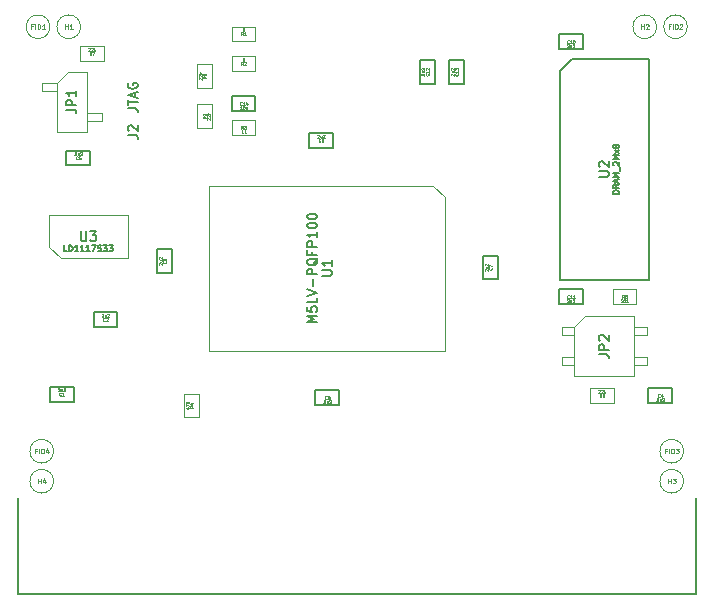
<source format=gbr>
G04 #@! TF.GenerationSoftware,KiCad,Pcbnew,(5.1.5-0-10_14)*
G04 #@! TF.CreationDate,2021-01-03T17:39:15-05:00*
G04 #@! TF.ProjectId,GW4301,47573433-3031-42e6-9b69-6361645f7063,rev?*
G04 #@! TF.SameCoordinates,Original*
G04 #@! TF.FileFunction,Other,Fab,Top*
%FSLAX46Y46*%
G04 Gerber Fmt 4.6, Leading zero omitted, Abs format (unit mm)*
G04 Created by KiCad (PCBNEW (5.1.5-0-10_14)) date 2021-01-03 17:39:15*
%MOMM*%
%LPD*%
G04 APERTURE LIST*
%ADD10C,0.100000*%
%ADD11C,0.150000*%
%ADD12C,0.127000*%
%ADD13C,0.203200*%
%ADD14C,0.063500*%
G04 APERTURE END LIST*
D10*
X107000000Y-69150000D02*
X106000000Y-68150000D01*
X107000000Y-69150000D02*
X112700000Y-69150000D01*
X106000000Y-68150000D02*
X106000000Y-65450000D01*
X112700000Y-69150000D02*
X112700000Y-65450000D01*
X106000000Y-65450000D02*
X112700000Y-65450000D01*
X106092500Y-49530000D02*
G75*
G03X106092500Y-49530000I-1000000J0D01*
G01*
X160067500Y-49530000D02*
G75*
G03X160067500Y-49530000I-1000000J0D01*
G01*
X159750000Y-85471000D02*
G75*
G03X159750000Y-85471000I-1000000J0D01*
G01*
X106410000Y-85471000D02*
G75*
G03X106410000Y-85471000I-1000000J0D01*
G01*
D11*
X139925000Y-54350000D02*
X139925000Y-52350000D01*
X141175000Y-54350000D02*
X139925000Y-54350000D01*
X141175000Y-52350000D02*
X141175000Y-54350000D01*
X139925000Y-52350000D02*
X141175000Y-52350000D01*
X137425000Y-54350000D02*
X137425000Y-52350000D01*
X138675000Y-54350000D02*
X137425000Y-54350000D01*
X138675000Y-52350000D02*
X138675000Y-54350000D01*
X137425000Y-52350000D02*
X138675000Y-52350000D01*
X109800000Y-73706000D02*
X111800000Y-73706000D01*
X109800000Y-74956000D02*
X109800000Y-73706000D01*
X111800000Y-74956000D02*
X109800000Y-74956000D01*
X111800000Y-73706000D02*
X111800000Y-74956000D01*
X106100000Y-80020000D02*
X108100000Y-80020000D01*
X106100000Y-81270000D02*
X106100000Y-80020000D01*
X108100000Y-81270000D02*
X106100000Y-81270000D01*
X108100000Y-80020000D02*
X108100000Y-81270000D01*
X158773000Y-81397000D02*
X156773000Y-81397000D01*
X158773000Y-80147000D02*
X158773000Y-81397000D01*
X156773000Y-80147000D02*
X158773000Y-80147000D01*
X156773000Y-81397000D02*
X156773000Y-80147000D01*
X151202000Y-73015000D02*
X149202000Y-73015000D01*
X151202000Y-71765000D02*
X151202000Y-73015000D01*
X149202000Y-71765000D02*
X151202000Y-71765000D01*
X149202000Y-73015000D02*
X149202000Y-71765000D01*
X151202000Y-51425000D02*
X149202000Y-51425000D01*
X151202000Y-50175000D02*
X151202000Y-51425000D01*
X149202000Y-50175000D02*
X151202000Y-50175000D01*
X149202000Y-51425000D02*
X149202000Y-50175000D01*
X142775000Y-70900000D02*
X142775000Y-68900000D01*
X144025000Y-70900000D02*
X142775000Y-70900000D01*
X144025000Y-68900000D02*
X144025000Y-70900000D01*
X142775000Y-68900000D02*
X144025000Y-68900000D01*
X130575000Y-81575000D02*
X128575000Y-81575000D01*
X130575000Y-80325000D02*
X130575000Y-81575000D01*
X128575000Y-80325000D02*
X130575000Y-80325000D01*
X128575000Y-81575000D02*
X128575000Y-80325000D01*
X128050000Y-58525000D02*
X130050000Y-58525000D01*
X128050000Y-59775000D02*
X128050000Y-58525000D01*
X130050000Y-59775000D02*
X128050000Y-59775000D01*
X130050000Y-58525000D02*
X130050000Y-59775000D01*
X115175000Y-70362500D02*
X115175000Y-68362500D01*
X116425000Y-70362500D02*
X115175000Y-70362500D01*
X116425000Y-68362500D02*
X116425000Y-70362500D01*
X115175000Y-68362500D02*
X116425000Y-68362500D01*
X123500000Y-56675000D02*
X121500000Y-56675000D01*
X123500000Y-55425000D02*
X123500000Y-56675000D01*
X121500000Y-55425000D02*
X123500000Y-55425000D01*
X121500000Y-56675000D02*
X121500000Y-55425000D01*
X107500000Y-60025000D02*
X109500000Y-60025000D01*
X107500000Y-61275000D02*
X107500000Y-60025000D01*
X109500000Y-61275000D02*
X107500000Y-61275000D01*
X109500000Y-60025000D02*
X109500000Y-61275000D01*
D10*
X118575000Y-54700000D02*
X118575000Y-52700000D01*
X119825000Y-54700000D02*
X118575000Y-54700000D01*
X119825000Y-52700000D02*
X119825000Y-54700000D01*
X118575000Y-52700000D02*
X119825000Y-52700000D01*
X119825000Y-56100000D02*
X119825000Y-58100000D01*
X118575000Y-56100000D02*
X119825000Y-56100000D01*
X118575000Y-58100000D02*
X118575000Y-56100000D01*
X119825000Y-58100000D02*
X118575000Y-58100000D01*
X151842000Y-80147000D02*
X153842000Y-80147000D01*
X151842000Y-81397000D02*
X151842000Y-80147000D01*
X153842000Y-81397000D02*
X151842000Y-81397000D01*
X153842000Y-80147000D02*
X153842000Y-81397000D01*
X155747000Y-73015000D02*
X153747000Y-73015000D01*
X155747000Y-71765000D02*
X155747000Y-73015000D01*
X153747000Y-71765000D02*
X155747000Y-71765000D01*
X153747000Y-73015000D02*
X153747000Y-71765000D01*
X117485000Y-82595000D02*
X117485000Y-80595000D01*
X118735000Y-82595000D02*
X117485000Y-82595000D01*
X118735000Y-80595000D02*
X118735000Y-82595000D01*
X117485000Y-80595000D02*
X118735000Y-80595000D01*
X123500000Y-58675000D02*
X121500000Y-58675000D01*
X123500000Y-57425000D02*
X123500000Y-58675000D01*
X121500000Y-57425000D02*
X123500000Y-57425000D01*
X121500000Y-58675000D02*
X121500000Y-57425000D01*
X121500000Y-49525000D02*
X123500000Y-49525000D01*
X121500000Y-50775000D02*
X121500000Y-49525000D01*
X123500000Y-50775000D02*
X121500000Y-50775000D01*
X123500000Y-49525000D02*
X123500000Y-50775000D01*
X121500000Y-52025000D02*
X123500000Y-52025000D01*
X121500000Y-53275000D02*
X121500000Y-52025000D01*
X123500000Y-53275000D02*
X121500000Y-53275000D01*
X123500000Y-52025000D02*
X123500000Y-53275000D01*
X108662000Y-51191000D02*
X110662000Y-51191000D01*
X108662000Y-52441000D02*
X108662000Y-51191000D01*
X110662000Y-52441000D02*
X108662000Y-52441000D01*
X110662000Y-51191000D02*
X110662000Y-52441000D01*
X138575000Y-62975000D02*
X139575000Y-63975000D01*
X119575000Y-62975000D02*
X138575000Y-62975000D01*
X119575000Y-76975000D02*
X119575000Y-62975000D01*
X139575000Y-76975000D02*
X119575000Y-76975000D01*
X139575000Y-63975000D02*
X139575000Y-76975000D01*
D11*
X149285000Y-53245000D02*
X150285000Y-52245000D01*
X149285000Y-70945000D02*
X149285000Y-53245000D01*
X156785000Y-70945000D02*
X149285000Y-70945000D01*
X156785000Y-52245000D02*
X156785000Y-70945000D01*
X150285000Y-52245000D02*
X156785000Y-52245000D01*
D12*
X160782000Y-97536000D02*
X160782000Y-89408000D01*
X103378000Y-97536000D02*
X160782000Y-97536000D01*
X103378000Y-89408000D02*
X103378000Y-97536000D01*
D10*
X156635000Y-78171000D02*
X155575000Y-78171000D01*
X156635000Y-77531000D02*
X156635000Y-78171000D01*
X155575000Y-77531000D02*
X156635000Y-77531000D01*
X149435000Y-78171000D02*
X150495000Y-78171000D01*
X149435000Y-77531000D02*
X149435000Y-78171000D01*
X150495000Y-77531000D02*
X149435000Y-77531000D01*
X156635000Y-75631000D02*
X155575000Y-75631000D01*
X156635000Y-74991000D02*
X156635000Y-75631000D01*
X155575000Y-74991000D02*
X156635000Y-74991000D01*
X149435000Y-75631000D02*
X150495000Y-75631000D01*
X149435000Y-74991000D02*
X149435000Y-75631000D01*
X150495000Y-74991000D02*
X149435000Y-74991000D01*
X155575000Y-74041000D02*
X155575000Y-79121000D01*
X150495000Y-74991000D02*
X151445000Y-74041000D01*
X150495000Y-79121000D02*
X150495000Y-74991000D01*
X151445000Y-74041000D02*
X155575000Y-74041000D01*
X155575000Y-79121000D02*
X150495000Y-79121000D01*
X110490000Y-57470000D02*
X109220000Y-57470000D01*
X110490000Y-56830000D02*
X110490000Y-57470000D01*
X109220000Y-56830000D02*
X110490000Y-56830000D01*
X105410000Y-54930000D02*
X106680000Y-54930000D01*
X105410000Y-54290000D02*
X105410000Y-54930000D01*
X106680000Y-54290000D02*
X105410000Y-54290000D01*
X109220000Y-53340000D02*
X109220000Y-58420000D01*
X106680000Y-54290000D02*
X107630000Y-53340000D01*
X106680000Y-58420000D02*
X106680000Y-54290000D01*
X107630000Y-53340000D02*
X109220000Y-53340000D01*
X109220000Y-58420000D02*
X106680000Y-58420000D01*
X157464000Y-49530000D02*
G75*
G03X157464000Y-49530000I-1000000J0D01*
G01*
X108696000Y-49530000D02*
G75*
G03X108696000Y-49530000I-1000000J0D01*
G01*
X159750000Y-88011000D02*
G75*
G03X159750000Y-88011000I-1000000J0D01*
G01*
X106410000Y-88011000D02*
G75*
G03X106410000Y-88011000I-1000000J0D01*
G01*
D12*
X107559904Y-68545809D02*
X107318000Y-68545809D01*
X107318000Y-68037809D01*
X107729238Y-68545809D02*
X107729238Y-68037809D01*
X107850190Y-68037809D01*
X107922761Y-68062000D01*
X107971142Y-68110380D01*
X107995333Y-68158761D01*
X108019523Y-68255523D01*
X108019523Y-68328095D01*
X107995333Y-68424857D01*
X107971142Y-68473238D01*
X107922761Y-68521619D01*
X107850190Y-68545809D01*
X107729238Y-68545809D01*
X108503333Y-68545809D02*
X108213047Y-68545809D01*
X108358190Y-68545809D02*
X108358190Y-68037809D01*
X108309809Y-68110380D01*
X108261428Y-68158761D01*
X108213047Y-68182952D01*
X108987142Y-68545809D02*
X108696857Y-68545809D01*
X108842000Y-68545809D02*
X108842000Y-68037809D01*
X108793619Y-68110380D01*
X108745238Y-68158761D01*
X108696857Y-68182952D01*
X109470952Y-68545809D02*
X109180666Y-68545809D01*
X109325809Y-68545809D02*
X109325809Y-68037809D01*
X109277428Y-68110380D01*
X109229047Y-68158761D01*
X109180666Y-68182952D01*
X109640285Y-68037809D02*
X109978952Y-68037809D01*
X109761238Y-68545809D01*
X110148285Y-68521619D02*
X110220857Y-68545809D01*
X110341809Y-68545809D01*
X110390190Y-68521619D01*
X110414380Y-68497428D01*
X110438571Y-68449047D01*
X110438571Y-68400666D01*
X110414380Y-68352285D01*
X110390190Y-68328095D01*
X110341809Y-68303904D01*
X110245047Y-68279714D01*
X110196666Y-68255523D01*
X110172476Y-68231333D01*
X110148285Y-68182952D01*
X110148285Y-68134571D01*
X110172476Y-68086190D01*
X110196666Y-68062000D01*
X110245047Y-68037809D01*
X110366000Y-68037809D01*
X110438571Y-68062000D01*
X110607904Y-68037809D02*
X110922380Y-68037809D01*
X110753047Y-68231333D01*
X110825619Y-68231333D01*
X110874000Y-68255523D01*
X110898190Y-68279714D01*
X110922380Y-68328095D01*
X110922380Y-68449047D01*
X110898190Y-68497428D01*
X110874000Y-68521619D01*
X110825619Y-68545809D01*
X110680476Y-68545809D01*
X110632095Y-68521619D01*
X110607904Y-68497428D01*
X111091714Y-68037809D02*
X111406190Y-68037809D01*
X111236857Y-68231333D01*
X111309428Y-68231333D01*
X111357809Y-68255523D01*
X111382000Y-68279714D01*
X111406190Y-68328095D01*
X111406190Y-68449047D01*
X111382000Y-68497428D01*
X111357809Y-68521619D01*
X111309428Y-68545809D01*
X111164285Y-68545809D01*
X111115904Y-68521619D01*
X111091714Y-68497428D01*
D13*
X108730723Y-66854895D02*
X108730723Y-67512876D01*
X108769428Y-67590285D01*
X108808133Y-67628990D01*
X108885542Y-67667695D01*
X109040361Y-67667695D01*
X109117771Y-67628990D01*
X109156476Y-67590285D01*
X109195180Y-67512876D01*
X109195180Y-66854895D01*
X109504819Y-66854895D02*
X110007980Y-66854895D01*
X109737047Y-67164533D01*
X109853161Y-67164533D01*
X109930571Y-67203238D01*
X109969276Y-67241942D01*
X110007980Y-67319352D01*
X110007980Y-67512876D01*
X109969276Y-67590285D01*
X109930571Y-67628990D01*
X109853161Y-67667695D01*
X109620933Y-67667695D01*
X109543523Y-67628990D01*
X109504819Y-67590285D01*
D10*
X104663928Y-49501428D02*
X104530595Y-49501428D01*
X104530595Y-49710952D02*
X104530595Y-49310952D01*
X104721071Y-49310952D01*
X104873452Y-49710952D02*
X104873452Y-49310952D01*
X105063928Y-49710952D02*
X105063928Y-49310952D01*
X105159166Y-49310952D01*
X105216309Y-49330000D01*
X105254404Y-49368095D01*
X105273452Y-49406190D01*
X105292500Y-49482380D01*
X105292500Y-49539523D01*
X105273452Y-49615714D01*
X105254404Y-49653809D01*
X105216309Y-49691904D01*
X105159166Y-49710952D01*
X105063928Y-49710952D01*
X105673452Y-49710952D02*
X105444880Y-49710952D01*
X105559166Y-49710952D02*
X105559166Y-49310952D01*
X105521071Y-49368095D01*
X105482976Y-49406190D01*
X105444880Y-49425238D01*
X158638928Y-49501428D02*
X158505595Y-49501428D01*
X158505595Y-49710952D02*
X158505595Y-49310952D01*
X158696071Y-49310952D01*
X158848452Y-49710952D02*
X158848452Y-49310952D01*
X159038928Y-49710952D02*
X159038928Y-49310952D01*
X159134166Y-49310952D01*
X159191309Y-49330000D01*
X159229404Y-49368095D01*
X159248452Y-49406190D01*
X159267500Y-49482380D01*
X159267500Y-49539523D01*
X159248452Y-49615714D01*
X159229404Y-49653809D01*
X159191309Y-49691904D01*
X159134166Y-49710952D01*
X159038928Y-49710952D01*
X159419880Y-49349047D02*
X159438928Y-49330000D01*
X159477023Y-49310952D01*
X159572261Y-49310952D01*
X159610357Y-49330000D01*
X159629404Y-49349047D01*
X159648452Y-49387142D01*
X159648452Y-49425238D01*
X159629404Y-49482380D01*
X159400833Y-49710952D01*
X159648452Y-49710952D01*
X158321428Y-85442428D02*
X158188095Y-85442428D01*
X158188095Y-85651952D02*
X158188095Y-85251952D01*
X158378571Y-85251952D01*
X158530952Y-85651952D02*
X158530952Y-85251952D01*
X158721428Y-85651952D02*
X158721428Y-85251952D01*
X158816666Y-85251952D01*
X158873809Y-85271000D01*
X158911904Y-85309095D01*
X158930952Y-85347190D01*
X158950000Y-85423380D01*
X158950000Y-85480523D01*
X158930952Y-85556714D01*
X158911904Y-85594809D01*
X158873809Y-85632904D01*
X158816666Y-85651952D01*
X158721428Y-85651952D01*
X159083333Y-85251952D02*
X159330952Y-85251952D01*
X159197619Y-85404333D01*
X159254761Y-85404333D01*
X159292857Y-85423380D01*
X159311904Y-85442428D01*
X159330952Y-85480523D01*
X159330952Y-85575761D01*
X159311904Y-85613857D01*
X159292857Y-85632904D01*
X159254761Y-85651952D01*
X159140476Y-85651952D01*
X159102380Y-85632904D01*
X159083333Y-85613857D01*
X104981428Y-85442428D02*
X104848095Y-85442428D01*
X104848095Y-85651952D02*
X104848095Y-85251952D01*
X105038571Y-85251952D01*
X105190952Y-85651952D02*
X105190952Y-85251952D01*
X105381428Y-85651952D02*
X105381428Y-85251952D01*
X105476666Y-85251952D01*
X105533809Y-85271000D01*
X105571904Y-85309095D01*
X105590952Y-85347190D01*
X105610000Y-85423380D01*
X105610000Y-85480523D01*
X105590952Y-85556714D01*
X105571904Y-85594809D01*
X105533809Y-85632904D01*
X105476666Y-85651952D01*
X105381428Y-85651952D01*
X105952857Y-85385285D02*
X105952857Y-85651952D01*
X105857619Y-85232904D02*
X105762380Y-85518619D01*
X106010000Y-85518619D01*
D14*
X140640714Y-53513285D02*
X140652809Y-53525380D01*
X140664904Y-53561666D01*
X140664904Y-53585857D01*
X140652809Y-53622142D01*
X140628619Y-53646333D01*
X140604428Y-53658428D01*
X140556047Y-53670523D01*
X140519761Y-53670523D01*
X140471380Y-53658428D01*
X140447190Y-53646333D01*
X140423000Y-53622142D01*
X140410904Y-53585857D01*
X140410904Y-53561666D01*
X140423000Y-53525380D01*
X140435095Y-53513285D01*
X140664904Y-53271380D02*
X140664904Y-53416523D01*
X140664904Y-53343952D02*
X140410904Y-53343952D01*
X140447190Y-53368142D01*
X140471380Y-53392333D01*
X140483476Y-53416523D01*
X140410904Y-53186714D02*
X140410904Y-53029476D01*
X140507666Y-53114142D01*
X140507666Y-53077857D01*
X140519761Y-53053666D01*
X140531857Y-53041571D01*
X140556047Y-53029476D01*
X140616523Y-53029476D01*
X140640714Y-53041571D01*
X140652809Y-53053666D01*
X140664904Y-53077857D01*
X140664904Y-53150428D01*
X140652809Y-53174619D01*
X140640714Y-53186714D01*
X140085095Y-53658428D02*
X140073000Y-53646333D01*
X140060904Y-53622142D01*
X140060904Y-53561666D01*
X140073000Y-53537476D01*
X140085095Y-53525380D01*
X140109285Y-53513285D01*
X140133476Y-53513285D01*
X140169761Y-53525380D01*
X140314904Y-53670523D01*
X140314904Y-53513285D01*
X140145571Y-53295571D02*
X140314904Y-53295571D01*
X140145571Y-53404428D02*
X140278619Y-53404428D01*
X140302809Y-53392333D01*
X140314904Y-53368142D01*
X140314904Y-53331857D01*
X140302809Y-53307666D01*
X140290714Y-53295571D01*
X140085095Y-53186714D02*
X140073000Y-53174619D01*
X140060904Y-53150428D01*
X140060904Y-53089952D01*
X140073000Y-53065761D01*
X140085095Y-53053666D01*
X140109285Y-53041571D01*
X140133476Y-53041571D01*
X140169761Y-53053666D01*
X140314904Y-53198809D01*
X140314904Y-53041571D01*
X138140714Y-53513285D02*
X138152809Y-53525380D01*
X138164904Y-53561666D01*
X138164904Y-53585857D01*
X138152809Y-53622142D01*
X138128619Y-53646333D01*
X138104428Y-53658428D01*
X138056047Y-53670523D01*
X138019761Y-53670523D01*
X137971380Y-53658428D01*
X137947190Y-53646333D01*
X137923000Y-53622142D01*
X137910904Y-53585857D01*
X137910904Y-53561666D01*
X137923000Y-53525380D01*
X137935095Y-53513285D01*
X138164904Y-53271380D02*
X138164904Y-53416523D01*
X138164904Y-53343952D02*
X137910904Y-53343952D01*
X137947190Y-53368142D01*
X137971380Y-53392333D01*
X137983476Y-53416523D01*
X137935095Y-53174619D02*
X137923000Y-53162523D01*
X137910904Y-53138333D01*
X137910904Y-53077857D01*
X137923000Y-53053666D01*
X137935095Y-53041571D01*
X137959285Y-53029476D01*
X137983476Y-53029476D01*
X138019761Y-53041571D01*
X138164904Y-53186714D01*
X138164904Y-53029476D01*
X137585095Y-53658428D02*
X137573000Y-53646333D01*
X137560904Y-53622142D01*
X137560904Y-53561666D01*
X137573000Y-53537476D01*
X137585095Y-53525380D01*
X137609285Y-53513285D01*
X137633476Y-53513285D01*
X137669761Y-53525380D01*
X137814904Y-53670523D01*
X137814904Y-53513285D01*
X137645571Y-53295571D02*
X137814904Y-53295571D01*
X137645571Y-53404428D02*
X137778619Y-53404428D01*
X137802809Y-53392333D01*
X137814904Y-53368142D01*
X137814904Y-53331857D01*
X137802809Y-53307666D01*
X137790714Y-53295571D01*
X137585095Y-53186714D02*
X137573000Y-53174619D01*
X137560904Y-53150428D01*
X137560904Y-53089952D01*
X137573000Y-53065761D01*
X137585095Y-53053666D01*
X137609285Y-53041571D01*
X137633476Y-53041571D01*
X137669761Y-53053666D01*
X137814904Y-53198809D01*
X137814904Y-53041571D01*
X110757666Y-74421714D02*
X110745571Y-74433809D01*
X110709285Y-74445904D01*
X110685095Y-74445904D01*
X110648809Y-74433809D01*
X110624619Y-74409619D01*
X110612523Y-74385428D01*
X110600428Y-74337047D01*
X110600428Y-74300761D01*
X110612523Y-74252380D01*
X110624619Y-74228190D01*
X110648809Y-74204000D01*
X110685095Y-74191904D01*
X110709285Y-74191904D01*
X110745571Y-74204000D01*
X110757666Y-74216095D01*
X110854428Y-74216095D02*
X110866523Y-74204000D01*
X110890714Y-74191904D01*
X110951190Y-74191904D01*
X110975380Y-74204000D01*
X110987476Y-74216095D01*
X110999571Y-74240285D01*
X110999571Y-74264476D01*
X110987476Y-74300761D01*
X110842333Y-74445904D01*
X110999571Y-74445904D01*
X110491571Y-73866095D02*
X110503666Y-73854000D01*
X110527857Y-73841904D01*
X110588333Y-73841904D01*
X110612523Y-73854000D01*
X110624619Y-73866095D01*
X110636714Y-73890285D01*
X110636714Y-73914476D01*
X110624619Y-73950761D01*
X110479476Y-74095904D01*
X110636714Y-74095904D01*
X110854428Y-73926571D02*
X110854428Y-74095904D01*
X110745571Y-73926571D02*
X110745571Y-74059619D01*
X110757666Y-74083809D01*
X110781857Y-74095904D01*
X110818142Y-74095904D01*
X110842333Y-74083809D01*
X110854428Y-74071714D01*
X110963285Y-73866095D02*
X110975380Y-73854000D01*
X110999571Y-73841904D01*
X111060047Y-73841904D01*
X111084238Y-73854000D01*
X111096333Y-73866095D01*
X111108428Y-73890285D01*
X111108428Y-73914476D01*
X111096333Y-73950761D01*
X110951190Y-74095904D01*
X111108428Y-74095904D01*
X107057666Y-80735714D02*
X107045571Y-80747809D01*
X107009285Y-80759904D01*
X106985095Y-80759904D01*
X106948809Y-80747809D01*
X106924619Y-80723619D01*
X106912523Y-80699428D01*
X106900428Y-80651047D01*
X106900428Y-80614761D01*
X106912523Y-80566380D01*
X106924619Y-80542190D01*
X106948809Y-80518000D01*
X106985095Y-80505904D01*
X107009285Y-80505904D01*
X107045571Y-80518000D01*
X107057666Y-80530095D01*
X107299571Y-80759904D02*
X107154428Y-80759904D01*
X107227000Y-80759904D02*
X107227000Y-80505904D01*
X107202809Y-80542190D01*
X107178619Y-80566380D01*
X107154428Y-80578476D01*
X106791571Y-80180095D02*
X106803666Y-80168000D01*
X106827857Y-80155904D01*
X106888333Y-80155904D01*
X106912523Y-80168000D01*
X106924619Y-80180095D01*
X106936714Y-80204285D01*
X106936714Y-80228476D01*
X106924619Y-80264761D01*
X106779476Y-80409904D01*
X106936714Y-80409904D01*
X107154428Y-80240571D02*
X107154428Y-80409904D01*
X107045571Y-80240571D02*
X107045571Y-80373619D01*
X107057666Y-80397809D01*
X107081857Y-80409904D01*
X107118142Y-80409904D01*
X107142333Y-80397809D01*
X107154428Y-80385714D01*
X107263285Y-80180095D02*
X107275380Y-80168000D01*
X107299571Y-80155904D01*
X107360047Y-80155904D01*
X107384238Y-80168000D01*
X107396333Y-80180095D01*
X107408428Y-80204285D01*
X107408428Y-80228476D01*
X107396333Y-80264761D01*
X107251190Y-80409904D01*
X107408428Y-80409904D01*
X157730666Y-80862714D02*
X157718571Y-80874809D01*
X157682285Y-80886904D01*
X157658095Y-80886904D01*
X157621809Y-80874809D01*
X157597619Y-80850619D01*
X157585523Y-80826428D01*
X157573428Y-80778047D01*
X157573428Y-80741761D01*
X157585523Y-80693380D01*
X157597619Y-80669190D01*
X157621809Y-80645000D01*
X157658095Y-80632904D01*
X157682285Y-80632904D01*
X157718571Y-80645000D01*
X157730666Y-80657095D01*
X157948380Y-80717571D02*
X157948380Y-80886904D01*
X157887904Y-80620809D02*
X157827428Y-80802238D01*
X157984666Y-80802238D01*
X157464571Y-81007095D02*
X157476666Y-80995000D01*
X157500857Y-80982904D01*
X157561333Y-80982904D01*
X157585523Y-80995000D01*
X157597619Y-81007095D01*
X157609714Y-81031285D01*
X157609714Y-81055476D01*
X157597619Y-81091761D01*
X157452476Y-81236904D01*
X157609714Y-81236904D01*
X157827428Y-81067571D02*
X157827428Y-81236904D01*
X157718571Y-81067571D02*
X157718571Y-81200619D01*
X157730666Y-81224809D01*
X157754857Y-81236904D01*
X157791142Y-81236904D01*
X157815333Y-81224809D01*
X157827428Y-81212714D01*
X157936285Y-81007095D02*
X157948380Y-80995000D01*
X157972571Y-80982904D01*
X158033047Y-80982904D01*
X158057238Y-80995000D01*
X158069333Y-81007095D01*
X158081428Y-81031285D01*
X158081428Y-81055476D01*
X158069333Y-81091761D01*
X157924190Y-81236904D01*
X158081428Y-81236904D01*
X150038714Y-72480714D02*
X150026619Y-72492809D01*
X149990333Y-72504904D01*
X149966142Y-72504904D01*
X149929857Y-72492809D01*
X149905666Y-72468619D01*
X149893571Y-72444428D01*
X149881476Y-72396047D01*
X149881476Y-72359761D01*
X149893571Y-72311380D01*
X149905666Y-72287190D01*
X149929857Y-72263000D01*
X149966142Y-72250904D01*
X149990333Y-72250904D01*
X150026619Y-72263000D01*
X150038714Y-72275095D01*
X150280619Y-72504904D02*
X150135476Y-72504904D01*
X150208047Y-72504904D02*
X150208047Y-72250904D01*
X150183857Y-72287190D01*
X150159666Y-72311380D01*
X150135476Y-72323476D01*
X150522523Y-72504904D02*
X150377380Y-72504904D01*
X150449952Y-72504904D02*
X150449952Y-72250904D01*
X150425761Y-72287190D01*
X150401571Y-72311380D01*
X150377380Y-72323476D01*
X149893571Y-72625095D02*
X149905666Y-72613000D01*
X149929857Y-72600904D01*
X149990333Y-72600904D01*
X150014523Y-72613000D01*
X150026619Y-72625095D01*
X150038714Y-72649285D01*
X150038714Y-72673476D01*
X150026619Y-72709761D01*
X149881476Y-72854904D01*
X150038714Y-72854904D01*
X150256428Y-72685571D02*
X150256428Y-72854904D01*
X150147571Y-72685571D02*
X150147571Y-72818619D01*
X150159666Y-72842809D01*
X150183857Y-72854904D01*
X150220142Y-72854904D01*
X150244333Y-72842809D01*
X150256428Y-72830714D01*
X150365285Y-72625095D02*
X150377380Y-72613000D01*
X150401571Y-72600904D01*
X150462047Y-72600904D01*
X150486238Y-72613000D01*
X150498333Y-72625095D01*
X150510428Y-72649285D01*
X150510428Y-72673476D01*
X150498333Y-72709761D01*
X150353190Y-72854904D01*
X150510428Y-72854904D01*
X150038714Y-50890714D02*
X150026619Y-50902809D01*
X149990333Y-50914904D01*
X149966142Y-50914904D01*
X149929857Y-50902809D01*
X149905666Y-50878619D01*
X149893571Y-50854428D01*
X149881476Y-50806047D01*
X149881476Y-50769761D01*
X149893571Y-50721380D01*
X149905666Y-50697190D01*
X149929857Y-50673000D01*
X149966142Y-50660904D01*
X149990333Y-50660904D01*
X150026619Y-50673000D01*
X150038714Y-50685095D01*
X150280619Y-50914904D02*
X150135476Y-50914904D01*
X150208047Y-50914904D02*
X150208047Y-50660904D01*
X150183857Y-50697190D01*
X150159666Y-50721380D01*
X150135476Y-50733476D01*
X150437857Y-50660904D02*
X150462047Y-50660904D01*
X150486238Y-50673000D01*
X150498333Y-50685095D01*
X150510428Y-50709285D01*
X150522523Y-50757666D01*
X150522523Y-50818142D01*
X150510428Y-50866523D01*
X150498333Y-50890714D01*
X150486238Y-50902809D01*
X150462047Y-50914904D01*
X150437857Y-50914904D01*
X150413666Y-50902809D01*
X150401571Y-50890714D01*
X150389476Y-50866523D01*
X150377380Y-50818142D01*
X150377380Y-50757666D01*
X150389476Y-50709285D01*
X150401571Y-50685095D01*
X150413666Y-50673000D01*
X150437857Y-50660904D01*
X149893571Y-51035095D02*
X149905666Y-51023000D01*
X149929857Y-51010904D01*
X149990333Y-51010904D01*
X150014523Y-51023000D01*
X150026619Y-51035095D01*
X150038714Y-51059285D01*
X150038714Y-51083476D01*
X150026619Y-51119761D01*
X149881476Y-51264904D01*
X150038714Y-51264904D01*
X150256428Y-51095571D02*
X150256428Y-51264904D01*
X150147571Y-51095571D02*
X150147571Y-51228619D01*
X150159666Y-51252809D01*
X150183857Y-51264904D01*
X150220142Y-51264904D01*
X150244333Y-51252809D01*
X150256428Y-51240714D01*
X150365285Y-51035095D02*
X150377380Y-51023000D01*
X150401571Y-51010904D01*
X150462047Y-51010904D01*
X150486238Y-51023000D01*
X150498333Y-51035095D01*
X150510428Y-51059285D01*
X150510428Y-51083476D01*
X150498333Y-51119761D01*
X150353190Y-51264904D01*
X150510428Y-51264904D01*
X143490714Y-69942333D02*
X143502809Y-69954428D01*
X143514904Y-69990714D01*
X143514904Y-70014904D01*
X143502809Y-70051190D01*
X143478619Y-70075380D01*
X143454428Y-70087476D01*
X143406047Y-70099571D01*
X143369761Y-70099571D01*
X143321380Y-70087476D01*
X143297190Y-70075380D01*
X143273000Y-70051190D01*
X143260904Y-70014904D01*
X143260904Y-69990714D01*
X143273000Y-69954428D01*
X143285095Y-69942333D01*
X143260904Y-69857666D02*
X143260904Y-69688333D01*
X143514904Y-69797190D01*
X142935095Y-70208428D02*
X142923000Y-70196333D01*
X142910904Y-70172142D01*
X142910904Y-70111666D01*
X142923000Y-70087476D01*
X142935095Y-70075380D01*
X142959285Y-70063285D01*
X142983476Y-70063285D01*
X143019761Y-70075380D01*
X143164904Y-70220523D01*
X143164904Y-70063285D01*
X142995571Y-69845571D02*
X143164904Y-69845571D01*
X142995571Y-69954428D02*
X143128619Y-69954428D01*
X143152809Y-69942333D01*
X143164904Y-69918142D01*
X143164904Y-69881857D01*
X143152809Y-69857666D01*
X143140714Y-69845571D01*
X142935095Y-69736714D02*
X142923000Y-69724619D01*
X142910904Y-69700428D01*
X142910904Y-69639952D01*
X142923000Y-69615761D01*
X142935095Y-69603666D01*
X142959285Y-69591571D01*
X142983476Y-69591571D01*
X143019761Y-69603666D01*
X143164904Y-69748809D01*
X143164904Y-69591571D01*
X129532666Y-81040714D02*
X129520571Y-81052809D01*
X129484285Y-81064904D01*
X129460095Y-81064904D01*
X129423809Y-81052809D01*
X129399619Y-81028619D01*
X129387523Y-81004428D01*
X129375428Y-80956047D01*
X129375428Y-80919761D01*
X129387523Y-80871380D01*
X129399619Y-80847190D01*
X129423809Y-80823000D01*
X129460095Y-80810904D01*
X129484285Y-80810904D01*
X129520571Y-80823000D01*
X129532666Y-80835095D01*
X129677809Y-80919761D02*
X129653619Y-80907666D01*
X129641523Y-80895571D01*
X129629428Y-80871380D01*
X129629428Y-80859285D01*
X129641523Y-80835095D01*
X129653619Y-80823000D01*
X129677809Y-80810904D01*
X129726190Y-80810904D01*
X129750380Y-80823000D01*
X129762476Y-80835095D01*
X129774571Y-80859285D01*
X129774571Y-80871380D01*
X129762476Y-80895571D01*
X129750380Y-80907666D01*
X129726190Y-80919761D01*
X129677809Y-80919761D01*
X129653619Y-80931857D01*
X129641523Y-80943952D01*
X129629428Y-80968142D01*
X129629428Y-81016523D01*
X129641523Y-81040714D01*
X129653619Y-81052809D01*
X129677809Y-81064904D01*
X129726190Y-81064904D01*
X129750380Y-81052809D01*
X129762476Y-81040714D01*
X129774571Y-81016523D01*
X129774571Y-80968142D01*
X129762476Y-80943952D01*
X129750380Y-80931857D01*
X129726190Y-80919761D01*
X129266571Y-81185095D02*
X129278666Y-81173000D01*
X129302857Y-81160904D01*
X129363333Y-81160904D01*
X129387523Y-81173000D01*
X129399619Y-81185095D01*
X129411714Y-81209285D01*
X129411714Y-81233476D01*
X129399619Y-81269761D01*
X129254476Y-81414904D01*
X129411714Y-81414904D01*
X129629428Y-81245571D02*
X129629428Y-81414904D01*
X129520571Y-81245571D02*
X129520571Y-81378619D01*
X129532666Y-81402809D01*
X129556857Y-81414904D01*
X129593142Y-81414904D01*
X129617333Y-81402809D01*
X129629428Y-81390714D01*
X129738285Y-81185095D02*
X129750380Y-81173000D01*
X129774571Y-81160904D01*
X129835047Y-81160904D01*
X129859238Y-81173000D01*
X129871333Y-81185095D01*
X129883428Y-81209285D01*
X129883428Y-81233476D01*
X129871333Y-81269761D01*
X129726190Y-81414904D01*
X129883428Y-81414904D01*
X129007666Y-59240714D02*
X128995571Y-59252809D01*
X128959285Y-59264904D01*
X128935095Y-59264904D01*
X128898809Y-59252809D01*
X128874619Y-59228619D01*
X128862523Y-59204428D01*
X128850428Y-59156047D01*
X128850428Y-59119761D01*
X128862523Y-59071380D01*
X128874619Y-59047190D01*
X128898809Y-59023000D01*
X128935095Y-59010904D01*
X128959285Y-59010904D01*
X128995571Y-59023000D01*
X129007666Y-59035095D01*
X129225380Y-59010904D02*
X129177000Y-59010904D01*
X129152809Y-59023000D01*
X129140714Y-59035095D01*
X129116523Y-59071380D01*
X129104428Y-59119761D01*
X129104428Y-59216523D01*
X129116523Y-59240714D01*
X129128619Y-59252809D01*
X129152809Y-59264904D01*
X129201190Y-59264904D01*
X129225380Y-59252809D01*
X129237476Y-59240714D01*
X129249571Y-59216523D01*
X129249571Y-59156047D01*
X129237476Y-59131857D01*
X129225380Y-59119761D01*
X129201190Y-59107666D01*
X129152809Y-59107666D01*
X129128619Y-59119761D01*
X129116523Y-59131857D01*
X129104428Y-59156047D01*
X128741571Y-58685095D02*
X128753666Y-58673000D01*
X128777857Y-58660904D01*
X128838333Y-58660904D01*
X128862523Y-58673000D01*
X128874619Y-58685095D01*
X128886714Y-58709285D01*
X128886714Y-58733476D01*
X128874619Y-58769761D01*
X128729476Y-58914904D01*
X128886714Y-58914904D01*
X129104428Y-58745571D02*
X129104428Y-58914904D01*
X128995571Y-58745571D02*
X128995571Y-58878619D01*
X129007666Y-58902809D01*
X129031857Y-58914904D01*
X129068142Y-58914904D01*
X129092333Y-58902809D01*
X129104428Y-58890714D01*
X129213285Y-58685095D02*
X129225380Y-58673000D01*
X129249571Y-58660904D01*
X129310047Y-58660904D01*
X129334238Y-58673000D01*
X129346333Y-58685095D01*
X129358428Y-58709285D01*
X129358428Y-58733476D01*
X129346333Y-58769761D01*
X129201190Y-58914904D01*
X129358428Y-58914904D01*
X115890714Y-69404833D02*
X115902809Y-69416928D01*
X115914904Y-69453214D01*
X115914904Y-69477404D01*
X115902809Y-69513690D01*
X115878619Y-69537880D01*
X115854428Y-69549976D01*
X115806047Y-69562071D01*
X115769761Y-69562071D01*
X115721380Y-69549976D01*
X115697190Y-69537880D01*
X115673000Y-69513690D01*
X115660904Y-69477404D01*
X115660904Y-69453214D01*
X115673000Y-69416928D01*
X115685095Y-69404833D01*
X115914904Y-69283880D02*
X115914904Y-69235500D01*
X115902809Y-69211309D01*
X115890714Y-69199214D01*
X115854428Y-69175023D01*
X115806047Y-69162928D01*
X115709285Y-69162928D01*
X115685095Y-69175023D01*
X115673000Y-69187119D01*
X115660904Y-69211309D01*
X115660904Y-69259690D01*
X115673000Y-69283880D01*
X115685095Y-69295976D01*
X115709285Y-69308071D01*
X115769761Y-69308071D01*
X115793952Y-69295976D01*
X115806047Y-69283880D01*
X115818142Y-69259690D01*
X115818142Y-69211309D01*
X115806047Y-69187119D01*
X115793952Y-69175023D01*
X115769761Y-69162928D01*
X115335095Y-69670928D02*
X115323000Y-69658833D01*
X115310904Y-69634642D01*
X115310904Y-69574166D01*
X115323000Y-69549976D01*
X115335095Y-69537880D01*
X115359285Y-69525785D01*
X115383476Y-69525785D01*
X115419761Y-69537880D01*
X115564904Y-69683023D01*
X115564904Y-69525785D01*
X115395571Y-69308071D02*
X115564904Y-69308071D01*
X115395571Y-69416928D02*
X115528619Y-69416928D01*
X115552809Y-69404833D01*
X115564904Y-69380642D01*
X115564904Y-69344357D01*
X115552809Y-69320166D01*
X115540714Y-69308071D01*
X115335095Y-69199214D02*
X115323000Y-69187119D01*
X115310904Y-69162928D01*
X115310904Y-69102452D01*
X115323000Y-69078261D01*
X115335095Y-69066166D01*
X115359285Y-69054071D01*
X115383476Y-69054071D01*
X115419761Y-69066166D01*
X115564904Y-69211309D01*
X115564904Y-69054071D01*
X122336714Y-56140714D02*
X122324619Y-56152809D01*
X122288333Y-56164904D01*
X122264142Y-56164904D01*
X122227857Y-56152809D01*
X122203666Y-56128619D01*
X122191571Y-56104428D01*
X122179476Y-56056047D01*
X122179476Y-56019761D01*
X122191571Y-55971380D01*
X122203666Y-55947190D01*
X122227857Y-55923000D01*
X122264142Y-55910904D01*
X122288333Y-55910904D01*
X122324619Y-55923000D01*
X122336714Y-55935095D01*
X122578619Y-56164904D02*
X122433476Y-56164904D01*
X122506047Y-56164904D02*
X122506047Y-55910904D01*
X122481857Y-55947190D01*
X122457666Y-55971380D01*
X122433476Y-55983476D01*
X122796333Y-55995571D02*
X122796333Y-56164904D01*
X122735857Y-55898809D02*
X122675380Y-56080238D01*
X122832619Y-56080238D01*
X122336714Y-56514904D02*
X122191571Y-56514904D01*
X122264142Y-56514904D02*
X122264142Y-56260904D01*
X122239952Y-56297190D01*
X122215761Y-56321380D01*
X122191571Y-56333476D01*
X122493952Y-56260904D02*
X122518142Y-56260904D01*
X122542333Y-56273000D01*
X122554428Y-56285095D01*
X122566523Y-56309285D01*
X122578619Y-56357666D01*
X122578619Y-56418142D01*
X122566523Y-56466523D01*
X122554428Y-56490714D01*
X122542333Y-56502809D01*
X122518142Y-56514904D01*
X122493952Y-56514904D01*
X122469761Y-56502809D01*
X122457666Y-56490714D01*
X122445571Y-56466523D01*
X122433476Y-56418142D01*
X122433476Y-56357666D01*
X122445571Y-56309285D01*
X122457666Y-56285095D01*
X122469761Y-56273000D01*
X122493952Y-56260904D01*
X122687476Y-56345571D02*
X122687476Y-56599571D01*
X122687476Y-56357666D02*
X122711666Y-56345571D01*
X122760047Y-56345571D01*
X122784238Y-56357666D01*
X122796333Y-56369761D01*
X122808428Y-56393952D01*
X122808428Y-56466523D01*
X122796333Y-56490714D01*
X122784238Y-56502809D01*
X122760047Y-56514904D01*
X122711666Y-56514904D01*
X122687476Y-56502809D01*
X108457666Y-60740714D02*
X108445571Y-60752809D01*
X108409285Y-60764904D01*
X108385095Y-60764904D01*
X108348809Y-60752809D01*
X108324619Y-60728619D01*
X108312523Y-60704428D01*
X108300428Y-60656047D01*
X108300428Y-60619761D01*
X108312523Y-60571380D01*
X108324619Y-60547190D01*
X108348809Y-60523000D01*
X108385095Y-60510904D01*
X108409285Y-60510904D01*
X108445571Y-60523000D01*
X108457666Y-60535095D01*
X108687476Y-60510904D02*
X108566523Y-60510904D01*
X108554428Y-60631857D01*
X108566523Y-60619761D01*
X108590714Y-60607666D01*
X108651190Y-60607666D01*
X108675380Y-60619761D01*
X108687476Y-60631857D01*
X108699571Y-60656047D01*
X108699571Y-60716523D01*
X108687476Y-60740714D01*
X108675380Y-60752809D01*
X108651190Y-60764904D01*
X108590714Y-60764904D01*
X108566523Y-60752809D01*
X108554428Y-60740714D01*
X108191571Y-60185095D02*
X108203666Y-60173000D01*
X108227857Y-60160904D01*
X108288333Y-60160904D01*
X108312523Y-60173000D01*
X108324619Y-60185095D01*
X108336714Y-60209285D01*
X108336714Y-60233476D01*
X108324619Y-60269761D01*
X108179476Y-60414904D01*
X108336714Y-60414904D01*
X108554428Y-60245571D02*
X108554428Y-60414904D01*
X108445571Y-60245571D02*
X108445571Y-60378619D01*
X108457666Y-60402809D01*
X108481857Y-60414904D01*
X108518142Y-60414904D01*
X108542333Y-60402809D01*
X108554428Y-60390714D01*
X108663285Y-60185095D02*
X108675380Y-60173000D01*
X108699571Y-60160904D01*
X108760047Y-60160904D01*
X108784238Y-60173000D01*
X108796333Y-60185095D01*
X108808428Y-60209285D01*
X108808428Y-60233476D01*
X108796333Y-60269761D01*
X108651190Y-60414904D01*
X108808428Y-60414904D01*
X119314904Y-53742333D02*
X119193952Y-53827000D01*
X119314904Y-53887476D02*
X119060904Y-53887476D01*
X119060904Y-53790714D01*
X119073000Y-53766523D01*
X119085095Y-53754428D01*
X119109285Y-53742333D01*
X119145571Y-53742333D01*
X119169761Y-53754428D01*
X119181857Y-53766523D01*
X119193952Y-53790714D01*
X119193952Y-53887476D01*
X119169761Y-53597190D02*
X119157666Y-53621380D01*
X119145571Y-53633476D01*
X119121380Y-53645571D01*
X119109285Y-53645571D01*
X119085095Y-53633476D01*
X119073000Y-53621380D01*
X119060904Y-53597190D01*
X119060904Y-53548809D01*
X119073000Y-53524619D01*
X119085095Y-53512523D01*
X119109285Y-53500428D01*
X119121380Y-53500428D01*
X119145571Y-53512523D01*
X119157666Y-53524619D01*
X119169761Y-53548809D01*
X119169761Y-53597190D01*
X119181857Y-53621380D01*
X119193952Y-53633476D01*
X119218142Y-53645571D01*
X119266523Y-53645571D01*
X119290714Y-53633476D01*
X119302809Y-53621380D01*
X119314904Y-53597190D01*
X119314904Y-53548809D01*
X119302809Y-53524619D01*
X119290714Y-53512523D01*
X119266523Y-53500428D01*
X119218142Y-53500428D01*
X119193952Y-53512523D01*
X119181857Y-53524619D01*
X119169761Y-53548809D01*
X118735095Y-53996333D02*
X118723000Y-53984238D01*
X118710904Y-53960047D01*
X118710904Y-53899571D01*
X118723000Y-53875380D01*
X118735095Y-53863285D01*
X118759285Y-53851190D01*
X118783476Y-53851190D01*
X118819761Y-53863285D01*
X118964904Y-54008428D01*
X118964904Y-53851190D01*
X118735095Y-53754428D02*
X118723000Y-53742333D01*
X118710904Y-53718142D01*
X118710904Y-53657666D01*
X118723000Y-53633476D01*
X118735095Y-53621380D01*
X118759285Y-53609285D01*
X118783476Y-53609285D01*
X118819761Y-53621380D01*
X118964904Y-53766523D01*
X118964904Y-53609285D01*
X118964904Y-53500428D02*
X118710904Y-53500428D01*
X118868142Y-53476238D02*
X118964904Y-53403666D01*
X118795571Y-53403666D02*
X118892333Y-53500428D01*
X119314904Y-57142333D02*
X119193952Y-57227000D01*
X119314904Y-57287476D02*
X119060904Y-57287476D01*
X119060904Y-57190714D01*
X119073000Y-57166523D01*
X119085095Y-57154428D01*
X119109285Y-57142333D01*
X119145571Y-57142333D01*
X119169761Y-57154428D01*
X119181857Y-57166523D01*
X119193952Y-57190714D01*
X119193952Y-57287476D01*
X119314904Y-57021380D02*
X119314904Y-56973000D01*
X119302809Y-56948809D01*
X119290714Y-56936714D01*
X119254428Y-56912523D01*
X119206047Y-56900428D01*
X119109285Y-56900428D01*
X119085095Y-56912523D01*
X119073000Y-56924619D01*
X119060904Y-56948809D01*
X119060904Y-56997190D01*
X119073000Y-57021380D01*
X119085095Y-57033476D01*
X119109285Y-57045571D01*
X119169761Y-57045571D01*
X119193952Y-57033476D01*
X119206047Y-57021380D01*
X119218142Y-56997190D01*
X119218142Y-56948809D01*
X119206047Y-56924619D01*
X119193952Y-56912523D01*
X119169761Y-56900428D01*
X119435095Y-57396333D02*
X119423000Y-57384238D01*
X119410904Y-57360047D01*
X119410904Y-57299571D01*
X119423000Y-57275380D01*
X119435095Y-57263285D01*
X119459285Y-57251190D01*
X119483476Y-57251190D01*
X119519761Y-57263285D01*
X119664904Y-57408428D01*
X119664904Y-57251190D01*
X119435095Y-57154428D02*
X119423000Y-57142333D01*
X119410904Y-57118142D01*
X119410904Y-57057666D01*
X119423000Y-57033476D01*
X119435095Y-57021380D01*
X119459285Y-57009285D01*
X119483476Y-57009285D01*
X119519761Y-57021380D01*
X119664904Y-57166523D01*
X119664904Y-57009285D01*
X119664904Y-56900428D02*
X119410904Y-56900428D01*
X119568142Y-56876238D02*
X119664904Y-56803666D01*
X119495571Y-56803666D02*
X119592333Y-56900428D01*
X152799666Y-80886904D02*
X152715000Y-80765952D01*
X152654523Y-80886904D02*
X152654523Y-80632904D01*
X152751285Y-80632904D01*
X152775476Y-80645000D01*
X152787571Y-80657095D01*
X152799666Y-80681285D01*
X152799666Y-80717571D01*
X152787571Y-80741761D01*
X152775476Y-80753857D01*
X152751285Y-80765952D01*
X152654523Y-80765952D01*
X153017380Y-80632904D02*
X152969000Y-80632904D01*
X152944809Y-80645000D01*
X152932714Y-80657095D01*
X152908523Y-80693380D01*
X152896428Y-80741761D01*
X152896428Y-80838523D01*
X152908523Y-80862714D01*
X152920619Y-80874809D01*
X152944809Y-80886904D01*
X152993190Y-80886904D01*
X153017380Y-80874809D01*
X153029476Y-80862714D01*
X153041571Y-80838523D01*
X153041571Y-80778047D01*
X153029476Y-80753857D01*
X153017380Y-80741761D01*
X152993190Y-80729666D01*
X152944809Y-80729666D01*
X152920619Y-80741761D01*
X152908523Y-80753857D01*
X152896428Y-80778047D01*
X152545666Y-80307095D02*
X152557761Y-80295000D01*
X152581952Y-80282904D01*
X152642428Y-80282904D01*
X152666619Y-80295000D01*
X152678714Y-80307095D01*
X152690809Y-80331285D01*
X152690809Y-80355476D01*
X152678714Y-80391761D01*
X152533571Y-80536904D01*
X152690809Y-80536904D01*
X152787571Y-80307095D02*
X152799666Y-80295000D01*
X152823857Y-80282904D01*
X152884333Y-80282904D01*
X152908523Y-80295000D01*
X152920619Y-80307095D01*
X152932714Y-80331285D01*
X152932714Y-80355476D01*
X152920619Y-80391761D01*
X152775476Y-80536904D01*
X152932714Y-80536904D01*
X153041571Y-80536904D02*
X153041571Y-80282904D01*
X153065761Y-80440142D02*
X153138333Y-80536904D01*
X153138333Y-80367571D02*
X153041571Y-80464333D01*
X154704666Y-72504904D02*
X154620000Y-72383952D01*
X154559523Y-72504904D02*
X154559523Y-72250904D01*
X154656285Y-72250904D01*
X154680476Y-72263000D01*
X154692571Y-72275095D01*
X154704666Y-72299285D01*
X154704666Y-72335571D01*
X154692571Y-72359761D01*
X154680476Y-72371857D01*
X154656285Y-72383952D01*
X154559523Y-72383952D01*
X154934476Y-72250904D02*
X154813523Y-72250904D01*
X154801428Y-72371857D01*
X154813523Y-72359761D01*
X154837714Y-72347666D01*
X154898190Y-72347666D01*
X154922380Y-72359761D01*
X154934476Y-72371857D01*
X154946571Y-72396047D01*
X154946571Y-72456523D01*
X154934476Y-72480714D01*
X154922380Y-72492809D01*
X154898190Y-72504904D01*
X154837714Y-72504904D01*
X154813523Y-72492809D01*
X154801428Y-72480714D01*
X154450666Y-72625095D02*
X154462761Y-72613000D01*
X154486952Y-72600904D01*
X154547428Y-72600904D01*
X154571619Y-72613000D01*
X154583714Y-72625095D01*
X154595809Y-72649285D01*
X154595809Y-72673476D01*
X154583714Y-72709761D01*
X154438571Y-72854904D01*
X154595809Y-72854904D01*
X154692571Y-72625095D02*
X154704666Y-72613000D01*
X154728857Y-72600904D01*
X154789333Y-72600904D01*
X154813523Y-72613000D01*
X154825619Y-72625095D01*
X154837714Y-72649285D01*
X154837714Y-72673476D01*
X154825619Y-72709761D01*
X154680476Y-72854904D01*
X154837714Y-72854904D01*
X154946571Y-72854904D02*
X154946571Y-72600904D01*
X154970761Y-72758142D02*
X155043333Y-72854904D01*
X155043333Y-72685571D02*
X154946571Y-72782333D01*
X118224904Y-81637333D02*
X118103952Y-81722000D01*
X118224904Y-81782476D02*
X117970904Y-81782476D01*
X117970904Y-81685714D01*
X117983000Y-81661523D01*
X117995095Y-81649428D01*
X118019285Y-81637333D01*
X118055571Y-81637333D01*
X118079761Y-81649428D01*
X118091857Y-81661523D01*
X118103952Y-81685714D01*
X118103952Y-81782476D01*
X118055571Y-81419619D02*
X118224904Y-81419619D01*
X117958809Y-81480095D02*
X118140238Y-81540571D01*
X118140238Y-81383333D01*
X117705571Y-81788523D02*
X117874904Y-81788523D01*
X117608809Y-81849000D02*
X117790238Y-81909476D01*
X117790238Y-81752238D01*
X117620904Y-81679666D02*
X117620904Y-81510333D01*
X117874904Y-81619190D01*
X117620904Y-81365190D02*
X117620904Y-81341000D01*
X117633000Y-81316809D01*
X117645095Y-81304714D01*
X117669285Y-81292619D01*
X117717666Y-81280523D01*
X117778142Y-81280523D01*
X117826523Y-81292619D01*
X117850714Y-81304714D01*
X117862809Y-81316809D01*
X117874904Y-81341000D01*
X117874904Y-81365190D01*
X117862809Y-81389380D01*
X117850714Y-81401476D01*
X117826523Y-81413571D01*
X117778142Y-81425666D01*
X117717666Y-81425666D01*
X117669285Y-81413571D01*
X117645095Y-81401476D01*
X117633000Y-81389380D01*
X117620904Y-81365190D01*
X122457666Y-58164904D02*
X122373000Y-58043952D01*
X122312523Y-58164904D02*
X122312523Y-57910904D01*
X122409285Y-57910904D01*
X122433476Y-57923000D01*
X122445571Y-57935095D01*
X122457666Y-57959285D01*
X122457666Y-57995571D01*
X122445571Y-58019761D01*
X122433476Y-58031857D01*
X122409285Y-58043952D01*
X122312523Y-58043952D01*
X122542333Y-57910904D02*
X122699571Y-57910904D01*
X122614904Y-58007666D01*
X122651190Y-58007666D01*
X122675380Y-58019761D01*
X122687476Y-58031857D01*
X122699571Y-58056047D01*
X122699571Y-58116523D01*
X122687476Y-58140714D01*
X122675380Y-58152809D01*
X122651190Y-58164904D01*
X122578619Y-58164904D01*
X122554428Y-58152809D01*
X122542333Y-58140714D01*
X122469761Y-58514904D02*
X122324619Y-58514904D01*
X122397190Y-58514904D02*
X122397190Y-58260904D01*
X122373000Y-58297190D01*
X122348809Y-58321380D01*
X122324619Y-58333476D01*
X122578619Y-58514904D02*
X122578619Y-58260904D01*
X122602809Y-58418142D02*
X122675380Y-58514904D01*
X122675380Y-58345571D02*
X122578619Y-58442333D01*
X122457666Y-50264904D02*
X122373000Y-50143952D01*
X122312523Y-50264904D02*
X122312523Y-50010904D01*
X122409285Y-50010904D01*
X122433476Y-50023000D01*
X122445571Y-50035095D01*
X122457666Y-50059285D01*
X122457666Y-50095571D01*
X122445571Y-50119761D01*
X122433476Y-50131857D01*
X122409285Y-50143952D01*
X122312523Y-50143952D01*
X122699571Y-50264904D02*
X122554428Y-50264904D01*
X122627000Y-50264904D02*
X122627000Y-50010904D01*
X122602809Y-50047190D01*
X122578619Y-50071380D01*
X122554428Y-50083476D01*
X122487904Y-49660904D02*
X122512095Y-49660904D01*
X122536285Y-49673000D01*
X122548380Y-49685095D01*
X122560476Y-49709285D01*
X122572571Y-49757666D01*
X122572571Y-49818142D01*
X122560476Y-49866523D01*
X122548380Y-49890714D01*
X122536285Y-49902809D01*
X122512095Y-49914904D01*
X122487904Y-49914904D01*
X122463714Y-49902809D01*
X122451619Y-49890714D01*
X122439523Y-49866523D01*
X122427428Y-49818142D01*
X122427428Y-49757666D01*
X122439523Y-49709285D01*
X122451619Y-49685095D01*
X122463714Y-49673000D01*
X122487904Y-49660904D01*
X122457666Y-52764904D02*
X122373000Y-52643952D01*
X122312523Y-52764904D02*
X122312523Y-52510904D01*
X122409285Y-52510904D01*
X122433476Y-52523000D01*
X122445571Y-52535095D01*
X122457666Y-52559285D01*
X122457666Y-52595571D01*
X122445571Y-52619761D01*
X122433476Y-52631857D01*
X122409285Y-52643952D01*
X122312523Y-52643952D01*
X122554428Y-52535095D02*
X122566523Y-52523000D01*
X122590714Y-52510904D01*
X122651190Y-52510904D01*
X122675380Y-52523000D01*
X122687476Y-52535095D01*
X122699571Y-52559285D01*
X122699571Y-52583476D01*
X122687476Y-52619761D01*
X122542333Y-52764904D01*
X122699571Y-52764904D01*
X122487904Y-52160904D02*
X122512095Y-52160904D01*
X122536285Y-52173000D01*
X122548380Y-52185095D01*
X122560476Y-52209285D01*
X122572571Y-52257666D01*
X122572571Y-52318142D01*
X122560476Y-52366523D01*
X122548380Y-52390714D01*
X122536285Y-52402809D01*
X122512095Y-52414904D01*
X122487904Y-52414904D01*
X122463714Y-52402809D01*
X122451619Y-52390714D01*
X122439523Y-52366523D01*
X122427428Y-52318142D01*
X122427428Y-52257666D01*
X122439523Y-52209285D01*
X122451619Y-52185095D01*
X122463714Y-52173000D01*
X122487904Y-52160904D01*
X109619666Y-51930904D02*
X109535000Y-51809952D01*
X109474523Y-51930904D02*
X109474523Y-51676904D01*
X109571285Y-51676904D01*
X109595476Y-51689000D01*
X109607571Y-51701095D01*
X109619666Y-51725285D01*
X109619666Y-51761571D01*
X109607571Y-51785761D01*
X109595476Y-51797857D01*
X109571285Y-51809952D01*
X109474523Y-51809952D01*
X109704333Y-51676904D02*
X109873666Y-51676904D01*
X109764809Y-51930904D01*
X109365666Y-51351095D02*
X109377761Y-51339000D01*
X109401952Y-51326904D01*
X109462428Y-51326904D01*
X109486619Y-51339000D01*
X109498714Y-51351095D01*
X109510809Y-51375285D01*
X109510809Y-51399476D01*
X109498714Y-51435761D01*
X109353571Y-51580904D01*
X109510809Y-51580904D01*
X109607571Y-51351095D02*
X109619666Y-51339000D01*
X109643857Y-51326904D01*
X109704333Y-51326904D01*
X109728523Y-51339000D01*
X109740619Y-51351095D01*
X109752714Y-51375285D01*
X109752714Y-51399476D01*
X109740619Y-51435761D01*
X109595476Y-51580904D01*
X109752714Y-51580904D01*
X109861571Y-51580904D02*
X109861571Y-51326904D01*
X109885761Y-51484142D02*
X109958333Y-51580904D01*
X109958333Y-51411571D02*
X109861571Y-51508333D01*
D13*
X129129895Y-70594276D02*
X129787876Y-70594276D01*
X129865285Y-70555571D01*
X129903990Y-70516866D01*
X129942695Y-70439457D01*
X129942695Y-70284638D01*
X129903990Y-70207228D01*
X129865285Y-70168523D01*
X129787876Y-70129819D01*
X129129895Y-70129819D01*
X129942695Y-69317019D02*
X129942695Y-69781476D01*
X129942695Y-69549247D02*
X129129895Y-69549247D01*
X129246009Y-69626657D01*
X129323419Y-69704066D01*
X129362123Y-69781476D01*
X128692695Y-74561514D02*
X127879895Y-74561514D01*
X128460466Y-74290580D01*
X127879895Y-74019647D01*
X128692695Y-74019647D01*
X127879895Y-73245552D02*
X127879895Y-73632600D01*
X128266942Y-73671304D01*
X128228238Y-73632600D01*
X128189533Y-73555190D01*
X128189533Y-73361666D01*
X128228238Y-73284257D01*
X128266942Y-73245552D01*
X128344352Y-73206847D01*
X128537876Y-73206847D01*
X128615285Y-73245552D01*
X128653990Y-73284257D01*
X128692695Y-73361666D01*
X128692695Y-73555190D01*
X128653990Y-73632600D01*
X128615285Y-73671304D01*
X128692695Y-72471457D02*
X128692695Y-72858504D01*
X127879895Y-72858504D01*
X127879895Y-72316638D02*
X128692695Y-72045704D01*
X127879895Y-71774771D01*
X128383057Y-71503838D02*
X128383057Y-70884561D01*
X128692695Y-70497514D02*
X127879895Y-70497514D01*
X127879895Y-70187876D01*
X127918600Y-70110466D01*
X127957304Y-70071761D01*
X128034714Y-70033057D01*
X128150828Y-70033057D01*
X128228238Y-70071761D01*
X128266942Y-70110466D01*
X128305647Y-70187876D01*
X128305647Y-70497514D01*
X128770104Y-69142847D02*
X128731400Y-69220257D01*
X128653990Y-69297666D01*
X128537876Y-69413780D01*
X128499171Y-69491190D01*
X128499171Y-69568600D01*
X128692695Y-69529895D02*
X128653990Y-69607304D01*
X128576580Y-69684714D01*
X128421761Y-69723419D01*
X128150828Y-69723419D01*
X127996009Y-69684714D01*
X127918600Y-69607304D01*
X127879895Y-69529895D01*
X127879895Y-69375076D01*
X127918600Y-69297666D01*
X127996009Y-69220257D01*
X128150828Y-69181552D01*
X128421761Y-69181552D01*
X128576580Y-69220257D01*
X128653990Y-69297666D01*
X128692695Y-69375076D01*
X128692695Y-69529895D01*
X128266942Y-68562276D02*
X128266942Y-68833209D01*
X128692695Y-68833209D02*
X127879895Y-68833209D01*
X127879895Y-68446161D01*
X128692695Y-68136523D02*
X127879895Y-68136523D01*
X127879895Y-67826885D01*
X127918600Y-67749476D01*
X127957304Y-67710771D01*
X128034714Y-67672066D01*
X128150828Y-67672066D01*
X128228238Y-67710771D01*
X128266942Y-67749476D01*
X128305647Y-67826885D01*
X128305647Y-68136523D01*
X128692695Y-66897971D02*
X128692695Y-67362428D01*
X128692695Y-67130200D02*
X127879895Y-67130200D01*
X127996009Y-67207609D01*
X128073419Y-67285019D01*
X128112123Y-67362428D01*
X127879895Y-66394809D02*
X127879895Y-66317400D01*
X127918600Y-66239990D01*
X127957304Y-66201285D01*
X128034714Y-66162580D01*
X128189533Y-66123876D01*
X128383057Y-66123876D01*
X128537876Y-66162580D01*
X128615285Y-66201285D01*
X128653990Y-66239990D01*
X128692695Y-66317400D01*
X128692695Y-66394809D01*
X128653990Y-66472219D01*
X128615285Y-66510923D01*
X128537876Y-66549628D01*
X128383057Y-66588333D01*
X128189533Y-66588333D01*
X128034714Y-66549628D01*
X127957304Y-66510923D01*
X127918600Y-66472219D01*
X127879895Y-66394809D01*
X127879895Y-65620714D02*
X127879895Y-65543304D01*
X127918600Y-65465895D01*
X127957304Y-65427190D01*
X128034714Y-65388485D01*
X128189533Y-65349780D01*
X128383057Y-65349780D01*
X128537876Y-65388485D01*
X128615285Y-65427190D01*
X128653990Y-65465895D01*
X128692695Y-65543304D01*
X128692695Y-65620714D01*
X128653990Y-65698123D01*
X128615285Y-65736828D01*
X128537876Y-65775533D01*
X128383057Y-65814238D01*
X128189533Y-65814238D01*
X128034714Y-65775533D01*
X127957304Y-65736828D01*
X127918600Y-65698123D01*
X127879895Y-65620714D01*
X152589895Y-62214276D02*
X153247876Y-62214276D01*
X153325285Y-62175571D01*
X153363990Y-62136866D01*
X153402695Y-62059457D01*
X153402695Y-61904638D01*
X153363990Y-61827228D01*
X153325285Y-61788523D01*
X153247876Y-61749819D01*
X152589895Y-61749819D01*
X152667304Y-61401476D02*
X152628600Y-61362771D01*
X152589895Y-61285361D01*
X152589895Y-61091838D01*
X152628600Y-61014428D01*
X152667304Y-60975723D01*
X152744714Y-60937019D01*
X152822123Y-60937019D01*
X152938238Y-60975723D01*
X153402695Y-61440180D01*
X153402695Y-60937019D01*
D12*
X154280809Y-63663285D02*
X153772809Y-63663285D01*
X153772809Y-63542333D01*
X153797000Y-63469761D01*
X153845380Y-63421380D01*
X153893761Y-63397190D01*
X153990523Y-63373000D01*
X154063095Y-63373000D01*
X154159857Y-63397190D01*
X154208238Y-63421380D01*
X154256619Y-63469761D01*
X154280809Y-63542333D01*
X154280809Y-63663285D01*
X154280809Y-62865000D02*
X154038904Y-63034333D01*
X154280809Y-63155285D02*
X153772809Y-63155285D01*
X153772809Y-62961761D01*
X153797000Y-62913380D01*
X153821190Y-62889190D01*
X153869571Y-62865000D01*
X153942142Y-62865000D01*
X153990523Y-62889190D01*
X154014714Y-62913380D01*
X154038904Y-62961761D01*
X154038904Y-63155285D01*
X154135666Y-62671476D02*
X154135666Y-62429571D01*
X154280809Y-62719857D02*
X153772809Y-62550523D01*
X154280809Y-62381190D01*
X154280809Y-62211857D02*
X153772809Y-62211857D01*
X154135666Y-62042523D01*
X153772809Y-61873190D01*
X154280809Y-61873190D01*
X154329190Y-61752238D02*
X154329190Y-61365190D01*
X153821190Y-61268428D02*
X153797000Y-61244238D01*
X153772809Y-61195857D01*
X153772809Y-61074904D01*
X153797000Y-61026523D01*
X153821190Y-61002333D01*
X153869571Y-60978142D01*
X153917952Y-60978142D01*
X153990523Y-61002333D01*
X154280809Y-61292619D01*
X154280809Y-60978142D01*
X154280809Y-60760428D02*
X153772809Y-60760428D01*
X154135666Y-60591095D01*
X153772809Y-60421761D01*
X154280809Y-60421761D01*
X154280809Y-60228238D02*
X153942142Y-59962142D01*
X153942142Y-60228238D02*
X154280809Y-59962142D01*
X153990523Y-59696047D02*
X153966333Y-59744428D01*
X153942142Y-59768619D01*
X153893761Y-59792809D01*
X153869571Y-59792809D01*
X153821190Y-59768619D01*
X153797000Y-59744428D01*
X153772809Y-59696047D01*
X153772809Y-59599285D01*
X153797000Y-59550904D01*
X153821190Y-59526714D01*
X153869571Y-59502523D01*
X153893761Y-59502523D01*
X153942142Y-59526714D01*
X153966333Y-59550904D01*
X153990523Y-59599285D01*
X153990523Y-59696047D01*
X154014714Y-59744428D01*
X154038904Y-59768619D01*
X154087285Y-59792809D01*
X154184047Y-59792809D01*
X154232428Y-59768619D01*
X154256619Y-59744428D01*
X154280809Y-59696047D01*
X154280809Y-59599285D01*
X154256619Y-59550904D01*
X154232428Y-59526714D01*
X154184047Y-59502523D01*
X154087285Y-59502523D01*
X154038904Y-59526714D01*
X154014714Y-59550904D01*
X153990523Y-59599285D01*
D13*
X152589895Y-77258333D02*
X153170466Y-77258333D01*
X153286580Y-77297038D01*
X153363990Y-77374447D01*
X153402695Y-77490561D01*
X153402695Y-77567971D01*
X153402695Y-76871285D02*
X152589895Y-76871285D01*
X152589895Y-76561647D01*
X152628600Y-76484238D01*
X152667304Y-76445533D01*
X152744714Y-76406828D01*
X152860828Y-76406828D01*
X152938238Y-76445533D01*
X152976942Y-76484238D01*
X153015647Y-76561647D01*
X153015647Y-76871285D01*
X152667304Y-76097190D02*
X152628600Y-76058485D01*
X152589895Y-75981076D01*
X152589895Y-75787552D01*
X152628600Y-75710142D01*
X152667304Y-75671438D01*
X152744714Y-75632733D01*
X152822123Y-75632733D01*
X152938238Y-75671438D01*
X153402695Y-76135895D01*
X153402695Y-75632733D01*
X107504895Y-56557333D02*
X108085466Y-56557333D01*
X108201580Y-56596038D01*
X108278990Y-56673447D01*
X108317695Y-56789561D01*
X108317695Y-56866971D01*
X108317695Y-56170285D02*
X107504895Y-56170285D01*
X107504895Y-55860647D01*
X107543600Y-55783238D01*
X107582304Y-55744533D01*
X107659714Y-55705828D01*
X107775828Y-55705828D01*
X107853238Y-55744533D01*
X107891942Y-55783238D01*
X107930647Y-55860647D01*
X107930647Y-56170285D01*
X108317695Y-54931733D02*
X108317695Y-55396190D01*
X108317695Y-55163961D02*
X107504895Y-55163961D01*
X107621009Y-55241371D01*
X107698419Y-55318780D01*
X107737123Y-55396190D01*
X112711895Y-56447266D02*
X113292466Y-56447266D01*
X113408580Y-56485971D01*
X113485990Y-56563380D01*
X113524695Y-56679495D01*
X113524695Y-56756904D01*
X112711895Y-56176333D02*
X112711895Y-55711876D01*
X113524695Y-55944104D02*
X112711895Y-55944104D01*
X113292466Y-55479647D02*
X113292466Y-55092600D01*
X113524695Y-55557057D02*
X112711895Y-55286123D01*
X113524695Y-55015190D01*
X112750600Y-54318504D02*
X112711895Y-54395914D01*
X112711895Y-54512028D01*
X112750600Y-54628142D01*
X112828009Y-54705552D01*
X112905419Y-54744257D01*
X113060238Y-54782961D01*
X113176352Y-54782961D01*
X113331171Y-54744257D01*
X113408580Y-54705552D01*
X113485990Y-54628142D01*
X113524695Y-54512028D01*
X113524695Y-54434619D01*
X113485990Y-54318504D01*
X113447285Y-54279800D01*
X113176352Y-54279800D01*
X113176352Y-54434619D01*
X112711895Y-58690933D02*
X113292466Y-58690933D01*
X113408580Y-58729638D01*
X113485990Y-58807047D01*
X113524695Y-58923161D01*
X113524695Y-59000571D01*
X112789304Y-58342590D02*
X112750600Y-58303885D01*
X112711895Y-58226476D01*
X112711895Y-58032952D01*
X112750600Y-57955542D01*
X112789304Y-57916838D01*
X112866714Y-57878133D01*
X112944123Y-57878133D01*
X113060238Y-57916838D01*
X113524695Y-58381295D01*
X113524695Y-57878133D01*
D10*
X156159238Y-49710952D02*
X156159238Y-49310952D01*
X156159238Y-49501428D02*
X156387809Y-49501428D01*
X156387809Y-49710952D02*
X156387809Y-49310952D01*
X156559238Y-49349047D02*
X156578285Y-49330000D01*
X156616380Y-49310952D01*
X156711619Y-49310952D01*
X156749714Y-49330000D01*
X156768761Y-49349047D01*
X156787809Y-49387142D01*
X156787809Y-49425238D01*
X156768761Y-49482380D01*
X156540190Y-49710952D01*
X156787809Y-49710952D01*
X107391238Y-49710952D02*
X107391238Y-49310952D01*
X107391238Y-49501428D02*
X107619809Y-49501428D01*
X107619809Y-49710952D02*
X107619809Y-49310952D01*
X108019809Y-49710952D02*
X107791238Y-49710952D01*
X107905523Y-49710952D02*
X107905523Y-49310952D01*
X107867428Y-49368095D01*
X107829333Y-49406190D01*
X107791238Y-49425238D01*
X158445238Y-88191952D02*
X158445238Y-87791952D01*
X158445238Y-87982428D02*
X158673809Y-87982428D01*
X158673809Y-88191952D02*
X158673809Y-87791952D01*
X158826190Y-87791952D02*
X159073809Y-87791952D01*
X158940476Y-87944333D01*
X158997619Y-87944333D01*
X159035714Y-87963380D01*
X159054761Y-87982428D01*
X159073809Y-88020523D01*
X159073809Y-88115761D01*
X159054761Y-88153857D01*
X159035714Y-88172904D01*
X158997619Y-88191952D01*
X158883333Y-88191952D01*
X158845238Y-88172904D01*
X158826190Y-88153857D01*
X105105238Y-88191952D02*
X105105238Y-87791952D01*
X105105238Y-87982428D02*
X105333809Y-87982428D01*
X105333809Y-88191952D02*
X105333809Y-87791952D01*
X105695714Y-87925285D02*
X105695714Y-88191952D01*
X105600476Y-87772904D02*
X105505238Y-88058619D01*
X105752857Y-88058619D01*
M02*

</source>
